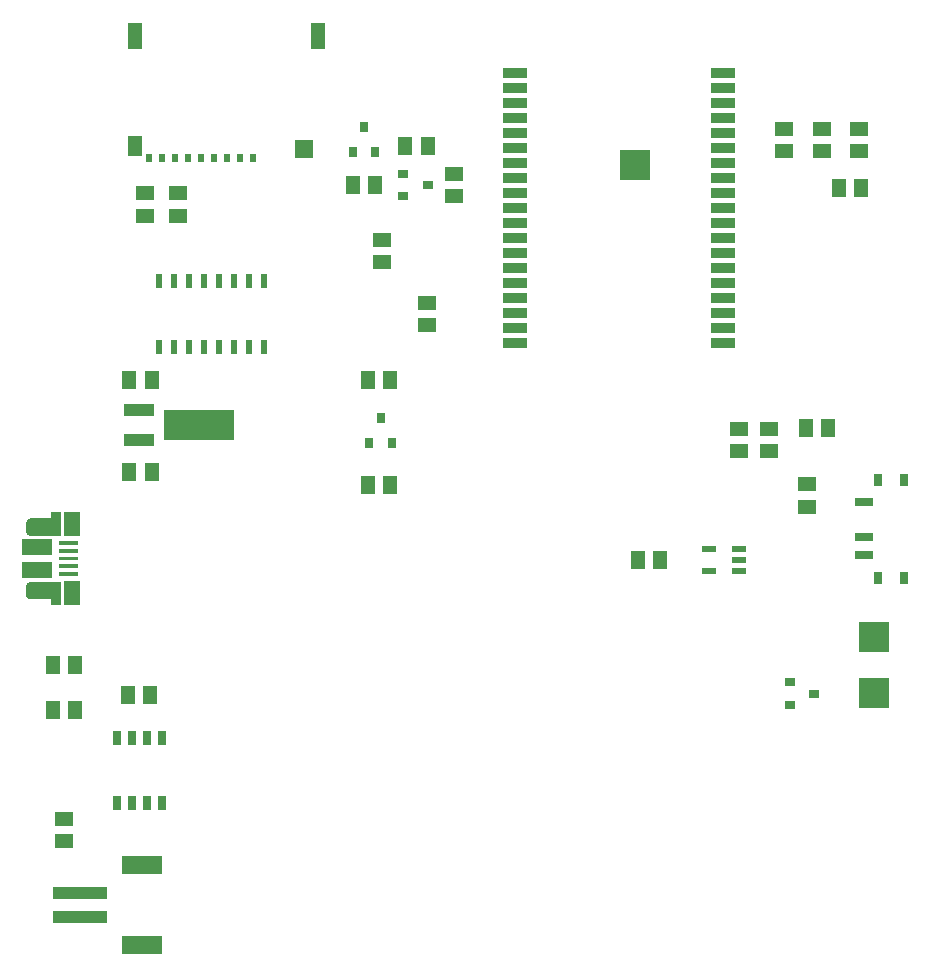
<source format=gbr>
G04 EAGLE Gerber RS-274X export*
G75*
%MOMM*%
%FSLAX34Y34*%
%LPD*%
%INSolderpaste Bottom*%
%IPPOS*%
%AMOC8*
5,1,8,0,0,1.08239X$1,22.5*%
G01*
%ADD10R,2.533469X2.531044*%
%ADD11R,2.000000X0.900000*%
%ADD12R,1.500000X1.300000*%
%ADD13R,1.300000X1.500000*%
%ADD14R,4.600000X1.000000*%
%ADD15R,3.400000X1.600000*%
%ADD16R,2.540000X2.540000*%
%ADD17R,0.800000X0.900000*%
%ADD18R,0.800000X1.000000*%
%ADD19R,1.500000X0.700000*%
%ADD20R,0.889000X0.787400*%
%ADD21R,0.500000X0.750000*%
%ADD22R,1.200000X1.800000*%
%ADD23R,1.200000X2.200000*%
%ADD24R,1.600000X1.500000*%
%ADD25R,1.200000X0.550000*%
%ADD26R,0.600000X1.200000*%
%ADD27R,0.700000X1.300000*%
%ADD28R,1.460000X2.000000*%
%ADD29R,2.500000X1.425000*%
%ADD30R,2.500000X1.000000*%
%ADD31R,6.000000X2.500000*%
%ADD32R,0.900000X0.800000*%

G36*
X35413Y457311D02*
X35413Y457311D01*
X35418Y457310D01*
X35511Y457331D01*
X35605Y457350D01*
X35609Y457353D01*
X35614Y457354D01*
X35692Y457409D01*
X35770Y457463D01*
X35773Y457467D01*
X35777Y457470D01*
X35828Y457551D01*
X35880Y457631D01*
X35880Y457636D01*
X35883Y457640D01*
X35915Y457818D01*
X35915Y476614D01*
X35914Y476619D01*
X35915Y476624D01*
X35894Y476717D01*
X35876Y476810D01*
X35873Y476814D01*
X35872Y476820D01*
X35816Y476897D01*
X35763Y476976D01*
X35759Y476979D01*
X35756Y476983D01*
X35674Y477034D01*
X35595Y477085D01*
X35590Y477086D01*
X35585Y477089D01*
X35408Y477121D01*
X10008Y477121D01*
X9982Y477116D01*
X9951Y477118D01*
X9216Y477035D01*
X9169Y477020D01*
X9106Y477010D01*
X8408Y476765D01*
X8365Y476740D01*
X8305Y476716D01*
X7679Y476323D01*
X7644Y476289D01*
X7591Y476252D01*
X7068Y475729D01*
X7040Y475688D01*
X6997Y475640D01*
X6604Y475014D01*
X6586Y474968D01*
X6554Y474912D01*
X6310Y474214D01*
X6303Y474165D01*
X6285Y474103D01*
X6202Y473368D01*
X6204Y473342D01*
X6199Y473312D01*
X6199Y465946D01*
X6202Y465931D01*
X6200Y465923D01*
X6203Y465909D01*
X6202Y465889D01*
X6278Y465211D01*
X6293Y465164D01*
X6304Y465100D01*
X6529Y464456D01*
X6554Y464413D01*
X6578Y464353D01*
X6941Y463775D01*
X6975Y463740D01*
X7012Y463687D01*
X7495Y463204D01*
X7536Y463177D01*
X7584Y463133D01*
X8162Y462770D01*
X8208Y462752D01*
X8264Y462721D01*
X8908Y462495D01*
X8957Y462488D01*
X9019Y462470D01*
X9697Y462394D01*
X9724Y462396D01*
X9754Y462390D01*
X27027Y462390D01*
X27027Y457818D01*
X27028Y457813D01*
X27027Y457807D01*
X27048Y457714D01*
X27066Y457621D01*
X27069Y457617D01*
X27070Y457612D01*
X27126Y457534D01*
X27179Y457455D01*
X27183Y457452D01*
X27186Y457448D01*
X27268Y457398D01*
X27347Y457346D01*
X27352Y457345D01*
X27357Y457342D01*
X27534Y457310D01*
X35408Y457310D01*
X35413Y457311D01*
G37*
G36*
X35413Y515892D02*
X35413Y515892D01*
X35418Y515891D01*
X35511Y515912D01*
X35605Y515930D01*
X35609Y515933D01*
X35614Y515934D01*
X35692Y515990D01*
X35770Y516043D01*
X35773Y516047D01*
X35777Y516050D01*
X35828Y516132D01*
X35880Y516211D01*
X35880Y516216D01*
X35883Y516221D01*
X35915Y516398D01*
X35915Y535194D01*
X35914Y535199D01*
X35915Y535204D01*
X35894Y535297D01*
X35876Y535391D01*
X35873Y535395D01*
X35872Y535400D01*
X35816Y535478D01*
X35763Y535556D01*
X35759Y535559D01*
X35756Y535563D01*
X35674Y535614D01*
X35595Y535666D01*
X35590Y535666D01*
X35585Y535669D01*
X35408Y535701D01*
X27534Y535701D01*
X27529Y535700D01*
X27524Y535701D01*
X27431Y535680D01*
X27338Y535662D01*
X27333Y535659D01*
X27328Y535658D01*
X27250Y535602D01*
X27172Y535549D01*
X27169Y535545D01*
X27165Y535542D01*
X27114Y535460D01*
X27062Y535381D01*
X27062Y535376D01*
X27059Y535371D01*
X27027Y535194D01*
X27027Y530621D01*
X9754Y530621D01*
X9728Y530616D01*
X9697Y530618D01*
X9019Y530542D01*
X8972Y530527D01*
X8908Y530516D01*
X8264Y530291D01*
X8222Y530266D01*
X8162Y530242D01*
X7584Y529879D01*
X7548Y529845D01*
X7495Y529808D01*
X7012Y529325D01*
X6985Y529284D01*
X6941Y529236D01*
X6578Y528658D01*
X6561Y528612D01*
X6529Y528556D01*
X6304Y527912D01*
X6297Y527863D01*
X6278Y527801D01*
X6202Y527123D01*
X6204Y527096D01*
X6199Y527066D01*
X6199Y519700D01*
X6204Y519674D01*
X6202Y519643D01*
X6285Y518908D01*
X6300Y518861D01*
X6310Y518798D01*
X6554Y518100D01*
X6579Y518057D01*
X6604Y517997D01*
X6997Y517371D01*
X7031Y517336D01*
X7068Y517283D01*
X7591Y516760D01*
X7632Y516732D01*
X7679Y516689D01*
X8305Y516296D01*
X8352Y516278D01*
X8408Y516246D01*
X9106Y516002D01*
X9155Y515995D01*
X9216Y515977D01*
X9951Y515894D01*
X9978Y515896D01*
X10008Y515891D01*
X35408Y515891D01*
X35413Y515892D01*
G37*
G36*
X50117Y508076D02*
X50117Y508076D01*
X50134Y508073D01*
X50183Y508095D01*
X50235Y508110D01*
X50246Y508123D01*
X50262Y508130D01*
X50292Y508175D01*
X50327Y508215D01*
X50330Y508232D01*
X50339Y508247D01*
X50350Y508320D01*
X50350Y510820D01*
X50346Y510834D01*
X50348Y510846D01*
X50347Y510848D01*
X50348Y510853D01*
X50326Y510903D01*
X50311Y510954D01*
X50298Y510965D01*
X50291Y510981D01*
X50246Y511011D01*
X50206Y511046D01*
X50189Y511049D01*
X50174Y511058D01*
X50101Y511069D01*
X33851Y511069D01*
X33834Y511064D01*
X33817Y511067D01*
X33768Y511045D01*
X33717Y511030D01*
X33705Y511017D01*
X33690Y511010D01*
X33660Y510965D01*
X33625Y510925D01*
X33622Y510908D01*
X33613Y510894D01*
X33602Y510820D01*
X33602Y508320D01*
X33606Y508304D01*
X33604Y508287D01*
X33626Y508237D01*
X33641Y508186D01*
X33654Y508175D01*
X33661Y508159D01*
X33706Y508129D01*
X33746Y508094D01*
X33763Y508091D01*
X33777Y508082D01*
X33851Y508071D01*
X50101Y508071D01*
X50117Y508076D01*
G37*
G36*
X50117Y501576D02*
X50117Y501576D01*
X50134Y501573D01*
X50183Y501595D01*
X50235Y501610D01*
X50246Y501623D01*
X50262Y501630D01*
X50292Y501675D01*
X50327Y501715D01*
X50330Y501732D01*
X50339Y501747D01*
X50350Y501820D01*
X50350Y504320D01*
X50346Y504334D01*
X50348Y504346D01*
X50347Y504348D01*
X50348Y504353D01*
X50326Y504403D01*
X50311Y504454D01*
X50298Y504465D01*
X50291Y504481D01*
X50246Y504511D01*
X50206Y504546D01*
X50189Y504549D01*
X50174Y504558D01*
X50101Y504569D01*
X33851Y504569D01*
X33834Y504564D01*
X33817Y504567D01*
X33768Y504545D01*
X33717Y504530D01*
X33705Y504517D01*
X33690Y504510D01*
X33660Y504465D01*
X33625Y504425D01*
X33622Y504408D01*
X33613Y504394D01*
X33602Y504320D01*
X33602Y501820D01*
X33606Y501804D01*
X33604Y501787D01*
X33626Y501737D01*
X33641Y501686D01*
X33654Y501675D01*
X33661Y501659D01*
X33706Y501629D01*
X33746Y501594D01*
X33763Y501591D01*
X33777Y501582D01*
X33851Y501571D01*
X50101Y501571D01*
X50117Y501576D01*
G37*
G36*
X50117Y495076D02*
X50117Y495076D01*
X50134Y495073D01*
X50183Y495095D01*
X50235Y495110D01*
X50246Y495123D01*
X50262Y495130D01*
X50292Y495175D01*
X50327Y495215D01*
X50330Y495232D01*
X50339Y495247D01*
X50350Y495320D01*
X50350Y497820D01*
X50346Y497834D01*
X50348Y497846D01*
X50347Y497848D01*
X50348Y497853D01*
X50326Y497903D01*
X50311Y497954D01*
X50298Y497965D01*
X50291Y497981D01*
X50246Y498011D01*
X50206Y498046D01*
X50189Y498049D01*
X50174Y498058D01*
X50101Y498069D01*
X33851Y498069D01*
X33834Y498064D01*
X33817Y498067D01*
X33768Y498045D01*
X33717Y498030D01*
X33705Y498017D01*
X33690Y498010D01*
X33660Y497965D01*
X33625Y497925D01*
X33622Y497908D01*
X33613Y497894D01*
X33602Y497820D01*
X33602Y495320D01*
X33606Y495304D01*
X33604Y495287D01*
X33626Y495237D01*
X33641Y495186D01*
X33654Y495175D01*
X33661Y495159D01*
X33706Y495129D01*
X33746Y495094D01*
X33763Y495091D01*
X33777Y495082D01*
X33851Y495071D01*
X50101Y495071D01*
X50117Y495076D01*
G37*
G36*
X50117Y488576D02*
X50117Y488576D01*
X50134Y488573D01*
X50183Y488595D01*
X50235Y488610D01*
X50246Y488623D01*
X50262Y488630D01*
X50292Y488675D01*
X50327Y488715D01*
X50330Y488732D01*
X50339Y488747D01*
X50350Y488820D01*
X50350Y491320D01*
X50346Y491334D01*
X50348Y491346D01*
X50347Y491348D01*
X50348Y491353D01*
X50326Y491403D01*
X50311Y491454D01*
X50298Y491465D01*
X50291Y491481D01*
X50246Y491511D01*
X50206Y491546D01*
X50189Y491549D01*
X50174Y491558D01*
X50101Y491569D01*
X33851Y491569D01*
X33834Y491564D01*
X33817Y491567D01*
X33768Y491545D01*
X33717Y491530D01*
X33705Y491517D01*
X33690Y491510D01*
X33660Y491465D01*
X33625Y491425D01*
X33622Y491408D01*
X33613Y491394D01*
X33602Y491320D01*
X33602Y488820D01*
X33606Y488804D01*
X33604Y488787D01*
X33626Y488737D01*
X33641Y488686D01*
X33654Y488675D01*
X33661Y488659D01*
X33706Y488629D01*
X33746Y488594D01*
X33763Y488591D01*
X33777Y488582D01*
X33851Y488571D01*
X50101Y488571D01*
X50117Y488576D01*
G37*
G36*
X50117Y482076D02*
X50117Y482076D01*
X50134Y482073D01*
X50183Y482095D01*
X50235Y482110D01*
X50246Y482123D01*
X50262Y482130D01*
X50292Y482175D01*
X50327Y482215D01*
X50330Y482232D01*
X50339Y482247D01*
X50350Y482320D01*
X50350Y484820D01*
X50346Y484834D01*
X50348Y484846D01*
X50347Y484848D01*
X50348Y484853D01*
X50326Y484903D01*
X50311Y484954D01*
X50298Y484965D01*
X50291Y484981D01*
X50246Y485011D01*
X50206Y485046D01*
X50189Y485049D01*
X50174Y485058D01*
X50101Y485069D01*
X33851Y485069D01*
X33834Y485064D01*
X33817Y485067D01*
X33768Y485045D01*
X33717Y485030D01*
X33705Y485017D01*
X33690Y485010D01*
X33660Y484965D01*
X33625Y484925D01*
X33622Y484908D01*
X33613Y484894D01*
X33602Y484820D01*
X33602Y482320D01*
X33606Y482304D01*
X33604Y482287D01*
X33626Y482237D01*
X33641Y482186D01*
X33654Y482175D01*
X33661Y482159D01*
X33706Y482129D01*
X33746Y482094D01*
X33763Y482091D01*
X33777Y482082D01*
X33851Y482071D01*
X50101Y482071D01*
X50117Y482076D01*
G37*
D10*
X521817Y830195D03*
D11*
X596100Y908100D03*
X596100Y895400D03*
X596100Y882700D03*
X596100Y870000D03*
X596100Y857300D03*
X596100Y844600D03*
X596100Y831900D03*
X596100Y819200D03*
X596100Y806500D03*
X596100Y793800D03*
X596100Y781100D03*
X596100Y768400D03*
X596100Y755700D03*
X596100Y743000D03*
X596100Y730300D03*
X596100Y717600D03*
X596100Y704900D03*
X596100Y692200D03*
X596100Y679500D03*
X419900Y679500D03*
X419900Y692200D03*
X419900Y704900D03*
X419900Y717600D03*
X419900Y730300D03*
X419900Y743000D03*
X419900Y755700D03*
X419900Y768400D03*
X419900Y781100D03*
X419900Y793800D03*
X419900Y806500D03*
X419900Y819200D03*
X419900Y831900D03*
X419900Y844600D03*
X419900Y857300D03*
X419900Y870000D03*
X419900Y882700D03*
X419900Y895400D03*
X419900Y908100D03*
D12*
X666750Y559410D03*
X666750Y540410D03*
X106680Y786790D03*
X106680Y805790D03*
D13*
X666140Y607060D03*
X685140Y607060D03*
D12*
X609600Y606400D03*
X609600Y587400D03*
X647700Y860400D03*
X647700Y841400D03*
D13*
X713080Y810260D03*
X694080Y810260D03*
D14*
X51900Y193200D03*
X51900Y213200D03*
D15*
X103900Y169200D03*
X103900Y237200D03*
D16*
X723900Y429895D03*
X723900Y382905D03*
D17*
X315570Y594520D03*
X296570Y594520D03*
X306070Y615520D03*
D12*
X635000Y587400D03*
X635000Y606400D03*
X711200Y860400D03*
X711200Y841400D03*
X679450Y841400D03*
X679450Y860400D03*
D13*
X314300Y647700D03*
X295300Y647700D03*
X295300Y558800D03*
X314300Y558800D03*
X542900Y495300D03*
X523900Y495300D03*
D18*
X726870Y563470D03*
X748870Y563470D03*
X748870Y480470D03*
X726870Y480470D03*
D19*
X715370Y544470D03*
X715370Y514470D03*
X715370Y499470D03*
D20*
X652780Y372364D03*
X652780Y391668D03*
X673100Y382016D03*
D21*
X109850Y835950D03*
X120850Y835950D03*
X131850Y835950D03*
X142850Y835950D03*
X153850Y835950D03*
X164850Y835950D03*
X175850Y835950D03*
X186850Y835950D03*
X197850Y835950D03*
D22*
X97850Y846200D03*
D23*
X97850Y939200D03*
D24*
X241100Y843700D03*
D23*
X252850Y939200D03*
D25*
X609901Y504800D03*
X609901Y495300D03*
X609901Y485800D03*
X583899Y485800D03*
X583899Y504800D03*
D12*
X345440Y694080D03*
X345440Y713080D03*
X307340Y766420D03*
X307340Y747420D03*
X134620Y786790D03*
X134620Y805790D03*
D26*
X207010Y675580D03*
X194310Y675580D03*
X181610Y675580D03*
X168910Y675580D03*
X156210Y675580D03*
X143510Y675580D03*
X130810Y675580D03*
X118110Y675580D03*
X118110Y731580D03*
X130810Y731580D03*
X143510Y731580D03*
X156210Y731580D03*
X168910Y731580D03*
X181610Y731580D03*
X194310Y731580D03*
X207010Y731580D03*
D27*
X95250Y290000D03*
X82550Y290000D03*
X107950Y290000D03*
X120650Y290000D03*
X95250Y345000D03*
X82550Y345000D03*
X107950Y345000D03*
X120650Y345000D03*
D28*
X44660Y525570D03*
X44660Y467570D03*
D29*
X15160Y486945D03*
X15160Y506195D03*
D30*
X101600Y596900D03*
X101600Y622300D03*
D31*
X152400Y609600D03*
D13*
X112370Y570230D03*
X93370Y570230D03*
X112370Y647700D03*
X93370Y647700D03*
X111100Y381000D03*
X92100Y381000D03*
X47600Y406400D03*
X28600Y406400D03*
D12*
X38100Y257200D03*
X38100Y276200D03*
D13*
X28600Y368300D03*
X47600Y368300D03*
D12*
X368300Y822300D03*
X368300Y803300D03*
D17*
X301600Y840900D03*
X282600Y840900D03*
X292100Y861900D03*
D32*
X325280Y803300D03*
X325280Y822300D03*
X346280Y812800D03*
D13*
X327050Y845820D03*
X346050Y845820D03*
X301600Y812800D03*
X282600Y812800D03*
M02*

</source>
